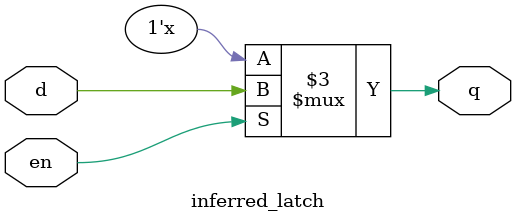
<source format=v>
module inferred_latch (

input wire en,

// Enable signal (latch is transparent when high)

input wire d,

// Data input

output reg q

// Latched output

);

always @(*) begin

if (en)

q = d;

// else

// When enabled, pass input to output

end

endmodule

</source>
